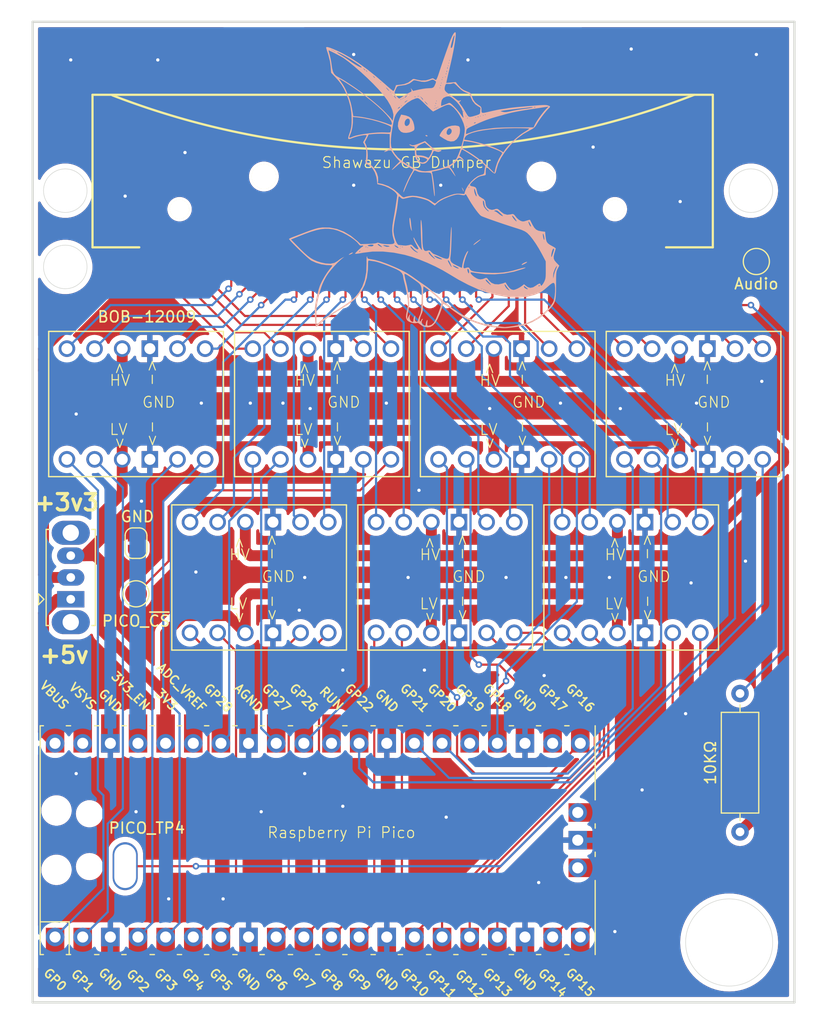
<source format=kicad_pcb>
(kicad_pcb (version 20240108) (generator "pcbnew") (generator_version "8.0")
  (layers (0 "F.Cu" signal) (31 "B.Cu" signal) (34 "B.Paste" user) (35 "F.Paste" user) (36 "B.SilkS" user "B.Silkscreen") (37 "F.SilkS" user "F.Silkscreen") (38 "B.Mask" user) (39 "F.Mask" user) (44 "Edge.Cuts" user))
  (net 0 "")
  (net 1 "D2")
  (net 2 "A9")
  (net 3 "A13")
  (net 4 "~{CS}")
  (net 5 "A3")
  (net 6 "Audio")
  (net 7 "A2")
  (net 8 "A0")
  (net 9 "D5")
  (net 10 "A1")
  (net 11 "A15")
  (net 12 "~{RD}")
  (net 13 "A14")
  (net 14 "D1")
  (net 15 "A6")
  (net 16 "A12")
  (net 17 "A8")
  (net 18 "A4")
  (net 19 "A5")
  (net 20 "A11")
  (net 21 "D7")
  (net 22 "D3")
  (net 23 "D0")
  (net 24 "D4")
  (net 25 "CLK")
  (net 26 "D6")
  (net 27 "PWR")
  (net 28 "~{RST}")
  (net 29 "A10")
  (net 30 "A7")
  (net 31 "GND")
  (net 32 "~{WR}")
  (net 33 "pico_~{CS}")
  (net 34 "+5V")
  (net 35 "+3.3V")
  (net 36 "pico_D7")
  (net 37 "pico_A3")
  (net 38 "pico_A0")
  (net 39 "pico_A2")
  (net 40 "pico_A1")
  (net 41 "pico_~{WR}")
  (net 42 "pico_CLK")
  (net 43 "pico_~{RD}")
  (net 44 "pico_D0")
  (net 45 "pico_D3")
  (net 46 "pico_D2")
  (net 47 "pico_D1")
  (net 48 "pico_D5")
  (net 49 "pico_D6")
  (net 50 "pico_D4")
  (net 51 "pico_A7")
  (net 52 "pico_A6")
  (net 53 "pico_A4")
  (net 54 "pico_A5")
  (net 55 "pico_A9")
  (net 56 "pico_A11")
  (net 57 "pico_A8")
  (net 58 "pico_A10")
  (net 59 "pico_A13")
  (net 60 "pico_A14")
  (net 61 "pico_A15")
  (net 62 "pico_A12")
  (footprint "GB_CART_4holes:GB_CART_4holes" (layer "F.Cu") (at 139 46.1992)
    (property "Reference" "J1" (hide yes))
    (property "Value" "GB_CART" (hide yes))
  )
  (footprint "BOB-12009:CONV_BOB-12009" (layer "F.Cu") (at 114.5 59.58 90)
    (property "Reference" "U1" (hide yes))
    (property "Value" "BOB-12009")
  )
  (footprint "Jumper:SolderJumper-2_P1.3mm_Open_RoundedPad1.0x1.5mm" (layer "F.Cu") (at 114.5 72.35 -90)
    (property "Reference" "JP1" (hide yes))
    (property "Value" "GND_JMP" (hide yes))
  )
  (footprint "BOB-12009:CONV_BOB-12009" (layer "F.Cu") (at 165.73 59.58 90)
    (property "Reference" "U4" (hide yes))
    (property "Value" "BOB-12009" (hide yes))
  )
  (footprint "TestPoint:TestPoint_Plated_Hole_D4.0mm" (layer "F.Cu") (at 113.5 102)
    (property "Reference" "PICO_TP4")
    (property "Value" "PICO_GPIO23" (hide yes))
  )
  (footprint "BOB-12009:CONV_BOB-12009" (layer "F.Cu") (at 148.653332 59.58 90)
    (property "Reference" "U3" (hide yes))
    (property "Value" "BOB-12009" (hide yes))
  )
  (footprint "BOB-12009:CONV_BOB-12009" (layer "F.Cu") (at 131.576666 59.58 90)
    (property "Reference" "U2" (hide yes))
    (property "Value" "BOB-12009" (hide yes))
  )
  (footprint "TestPoint:TestPoint_Pad_D2.0mm" (layer "F.Cu") (at 114.5 77)
    (property "Reference" "TP2" (hide yes))
    (property "Value" "PICO_~{CS}")
  )
  (footprint "BOB-12009:CONV_BOB-12009" (layer "F.Cu") (at 142.905 75.5 90)
    (property "Reference" "U6" (hide yes))
    (property "Value" "BOB-12009" (hide yes))
  )
  (footprint "MCU_RaspberryPi_and_Boards:RPi_Pico_SMD_TH" (layer "F.Cu") (at 131.19 99.61 90)
    (property "Reference" "U8" (hide yes))
    (property "Value" "Pico")
  )
  (footprint "Resistor_THT:R_Axial_DIN0309_L9.0mm_D3.2mm_P12.70mm_Horizontal" (layer "F.Cu") (at 170 98.85 90)
    (property "Reference" "10KΩ")
    (property "Value" "10K Ω")
  )
  (footprint "Button_Switch_THT:SW_Slide_SPDT_Straight_CK_OS102011MS2Q" (layer "F.Cu") (at 108.5 77.5 90)
    (property "Reference" "SW1" (hide yes))
    (property "Value" "VSEL" (hide yes))
  )
  (footprint "TestPoint:TestPoint_Pad_D2.0mm" (layer "F.Cu") (at 171.5 46.5)
    (property "Reference" "TP3" (hide yes))
    (property "Value" "Audio")
  )
  (footprint "BOB-12009:CONV_BOB-12009" (layer "F.Cu") (at 160 75.5 90)
    (property "Reference" "U7" (hide yes))
    (property "Value" "BOB-12009" (hide yes))
  )
  (footprint "BOB-12009:CONV_BOB-12009" (layer "F.Cu") (at 125.81 75.5 90)
    (property "Reference" "U5" (hide yes))
    (property "Value" "BOB-12009" (hide yes))
  )
  (footprint "LOGO" (layer "B.Cu") (at 141 39 180)
    (property "Reference" "G***" (hide yes))
    (property "Value" "LOGO" (hide yes))
  )
  (gr_circle (center 108 40) (end 110 40) (stroke (width 0.05)) (fill none) (layer "Edge.Cuts"))
  (gr_line (start 105 114.5) (end 175 114.5) (stroke (width 0.2)) (layer "Edge.Cuts"))
  (gr_line (start 175 24.5) (end 175 114.5) (stroke (width 0.2)) (layer "Edge.Cuts"))
  (gr_circle (center 169 109) (end 173 109) (stroke (width 0.05)) (fill none) (layer "Edge.Cuts"))
  (gr_circle (center 171 40) (end 173 40) (stroke (width 0.05)) (fill none) (layer "Edge.Cuts"))
  (gr_line (start 105 24.5) (end 105 114.5) (stroke (width 0.2)) (layer "Edge.Cuts"))
  (gr_circle (center 108 47) (end 110 47) (stroke (width 0.05)) (fill none) (layer "Edge.Cuts"))
  (gr_line (start 105 24.5) (end 175 24.5) (stroke (width 0.2)) (layer "Edge.Cuts"))
  (gr_text "Raspberry Pi Pico" (at 126.5 99.5 0) (layer "F.SilkS") (effects (font (size 1 1) (thickness 0.1)) (justify left bottom)))
  (gr_text "LV" (at 140.5 78.5 0) (layer "F.SilkS") (effects (font (size 1 1) (thickness 0.1)) (justify left bottom)))
  (gr_text ">" (at 141 78.5 270) (layer "F.SilkS") (effects (font (size 1 1) (thickness 0.1)) (justify left bottom)))
  (gr_text ">" (at 124.5 73 90) (layer "F.SilkS") (effects (font (size 1 1) (thickness 0.1)) (justify left bottom)))
  (gr_text "LV" (at 112 62.5 0) (layer "F.SilkS") (effects (font (size 1 1) (thickness 0.1)) (justify left bottom)))
  (gr_text "->" (at 116.5 58 90) (layer "F.SilkS") (effects (font (size 1 1) (thickness 0.1)) (justify left bottom)))
  (gr_text "->" (at 132.5 61 -90) (layer "F.SilkS") (effects (font (size 1 1) (thickness 0.1)) (justify left bottom)))
  (gr_text "HV" (at 146 58 0) (layer "F.SilkS") (effects (font (size 1 1) (thickness 0.1)) (justify left bottom)))
  (gr_text ">" (at 123.5 78.5 270) (layer "F.SilkS") (effects (font (size 1 1) (thickness 0.1)) (justify left bottom)))
  (gr_text ">" (at 158 78.5 270) (layer "F.SilkS") (effects (font (size 1 1) (thickness 0.1)) (justify left bottom)))
  (gr_text "GND" (at 160.5 76 0) (layer "F.SilkS") (effects (font (size 1 1) (thickness 0.1)) (justify left bottom)))
  (gr_text ">" (at 159 73 90) (layer "F.SilkS") (effects (font (size 1 1) (thickness 0.1)) (justify left bottom)))
  (gr_text "->" (at 127.5 74 90) (layer "F.SilkS") (effects (font (size 1 1) (thickness 0.1)) (justify left bottom)))
  (gr_text ">" (at 130.5 57 90) (layer "F.SilkS") (effects (font (size 1 1) (thickness 0.1)) (justify left bottom)))
  (gr_text "HV" (at 129 58 0) (layer "F.SilkS") (effects (font (size 1 1) (thickness 0.1)) (justify left bottom)))
  (gr_text "Shawazu GB Dumper" (at 131.5 38 0) (layer "F.SilkS") (effects (font (size 1 1) (thickness 0.1)) (justify left bottom)))
  (gr_text ">" (at 112.5 62.5 270) (layer "F.SilkS") (effects (font (size 1 1) (thickness 0.1)) (justify left bottom)))
  (gr_text "LV" (at 163 62.5 0) (layer "F.SilkS") (effects (font (size 1 1) (thickness 0.1)) (justify left bottom)))
  (gr_text "->" (at 166.5 61 -90) (layer "F.SilkS") (effects (font (size 1 1) (thickness 0.1)) (justify left bottom)))
  (gr_text ">" (at 129.5 62.5 270) (layer "F.SilkS") (effects (font (size 1 1) (thickness 0.1)) (justify left bottom)))
  (gr_text ">" (at 113.5 57 90) (layer "F.SilkS") (effects (font (size 1 1) (thickness 0.1)) (justify left bottom)))
  (gr_text "LV" (at 123 78.5 0) (layer "F.SilkS") (effects (font (size 1 1) (thickness 0.1)) (justify left bottom)))
  (gr_text "->" (at 126.5 77 -90) (layer "F.SilkS") (effects (font (size 1 1) (thickness 0.1)) (justify left bottom)))
  (gr_text "->" (at 149.5 61 -90) (layer "F.SilkS") (effects (font (size 1 1) (thickness 0.1)) (justify left bottom)))
  (gr_text "HV" (at 112 58 0) (layer "F.SilkS") (effects (font (size 1 1) (thickness 0.1)) (justify left bottom)))
  (gr_text "GND" (at 149 60 0) (layer "F.SilkS") (effects (font (size 1 1) (thickness 0.1)) (justify left bottom)))
  (gr_text "->" (at 133.5 58 90) (layer "F.SilkS") (effects (font (size 1 1) (thickness 0.1)) (justify left bottom)))
  (gr_text ">" (at 147.5 57 90) (layer "F.SilkS") (effects (font (size 1 1) (thickness 0.1)) (justify left bottom)))
  (gr_text "GND" (at 166 60 0) (layer "F.SilkS") (effects (font (size 1 1) (thickness 0.1)) (justify left bottom)))
  (gr_text ">" (at 142 73 90) (layer "F.SilkS") (effects (font (size 1 1) (thickness 0.1)) (justify left bottom)))
  (gr_text "LV" (at 146 62.5 0) (layer "F.SilkS") (effects (font (size 1 1) (thickness 0.1)) (justify left bottom)))
  (gr_text "HV" (at 163 58 0) (layer "F.SilkS") (effects (font (size 1 1) (thickness 0.1)) (justify left bottom)))
  (gr_text "+3v3" (at 105 69.5 0) (layer "F.SilkS") (effects (font (size 1.5 1.5) (thickness 0.3) (bold yes)) (justify left bottom)))
  (gr_text "GND" (at 143.5 76 0) (layer "F.SilkS") (effects (font (size 1 1) (thickness 0.1)) (justify left bottom)))
  (gr_text "->" (at 161 77 -90) (layer "F.SilkS") (effects (font (size 1 1) (thickness 0.1)) (justify left bottom)))
  (gr_text ">" (at 163.5 62.5 270) (layer "F.SilkS") (effects (font (size 1 1) (thickness 0.1)) (justify left bottom)))
  (gr_text "HV" (at 140.5 74 0) (layer "F.SilkS") (effects (font (size 1 1) (thickness 0.1)) (justify left bottom)))
  (gr_text "LV" (at 157.5 78.5 0) (layer "F.SilkS") (effects (font (size 1 1) (thickness 0.1)) (justify left bottom)))
  (gr_text "->" (at 150.5 58 90) (layer "F.SilkS") (effects (font (size 1 1) (thickness 0.1)) (justify left bottom)))
  (gr_text "HV" (at 123 74 0) (layer "F.SilkS") (effects (font (size 1 1) (thickness 0.1)) (justify left bottom)))
  (gr_text "LV" (at 129 62.5 0) (layer "F.SilkS") (effects (font (size 1 1) (thickness 0.1)) (justify left bottom)))
  (gr_text "GND" (at 115 60 0) (layer "F.SilkS") (effects (font (size 1 1) (thickness 0.1)) (justify left bottom)))
  (gr_text "HV" (at 157.5 74 0) (layer "F.SilkS") (effects (font (size 1 1) (thickness 0.1)) (justify left bottom)))
  (gr_text "->" (at 144 77 -90) (layer "F.SilkS") (effects (font (size 1 1) (thickness 0.1)) (justify left bottom)))
  (gr_text ">" (at 164.5 57 90) (layer "F.SilkS") (effects (font (size 1 1) (thickness 0.1)) (justify left bottom)))
  (gr_text "->" (at 115.5 61 -90) (layer "F.SilkS") (effects (font (size 1 1) (thickness 0.1)) (justify left bottom)))
  (gr_text "->" (at 167.5 58 90) (layer "F.SilkS") (effects (font (size 1 1) (thickness 0.1)) (justify left bottom)))
  (gr_text "GND" (at 113 70.5 0) (layer "F.SilkS") (effects (font (size 1 1)) (justify left bottom)))
  (gr_text "->" (at 162 74 90) (layer "F.SilkS") (effects (font (size 1 1) (thickness 0.1)) (justify left bottom)))
  (gr_text ">" (at 146.5 62.5 270) (layer "F.SilkS") (effects (font (size 1 1) (thickness 0.1)) (justify left bottom)))
  (gr_text "->" (at 145 74 90) (layer "F.SilkS") (effects (font (size 1 1) (thickness 0.1)) (justify left bottom)))
  (gr_text "GND" (at 126 76 0) (layer "F.SilkS") (effects (font (size 1 1) (thickness 0.1)) (justify left bottom)))
  (gr_text "GND" (at 132 60 0) (layer "F.SilkS") (effects (font (size 1 1) (thickness 0.1)) (justify left bottom)))
  (gr_text "+5v" (at 105.5 83.5 0) (layer "F.SilkS") (effects (font (size 1.5 1.5) (thickness 0.3) (bold yes)) (justify left bottom)))
  (segment (start 150.25 46.1992) (end 150.25 52.286668) (width 0.2) (layer "F.Cu") (net 1))
  (segment (start 150.25 52.286668) (end 152.463332 54.5) (width 0.2) (layer "F.Cu") (net 1))
  (segment (start 136.75 49.75) (end 137 50) (width 0.2) (layer "F.Cu") (net 2))
  (segment (start 136.75 46.1992) (end 136.75 49.75) (width 0.2) (layer "F.Cu") (net 2))
  (via (at 137 50) (size 0.6) (drill 0.3) (layers "F.Cu" "B.Cu") (net 2))
  (segment (start 137 50) (end 139.095 52.095) (width 0.2) (layer "B.Cu") (net 2))
  (segment (start 139.095 52.095) (end 139.095 70.42) (width 0.2) (layer "B.Cu") (net 2))
  (segment (start 142.75 49.75) (end 143 50) (width 0.2) (layer "F.Cu") (net 3))
  (segment (start 142.75 46.1992) (end 142.75 49.75) (width 0.2) (layer "F.Cu") (net 3))
  (via (at 143 50) (size 0.6) (drill 0.3) (layers "F.Cu" "B.Cu") (net 3))
  (segment (start 156.19 64.344773) (end 156.19 70.42) (width 0.2) (layer "B.Cu") (net 3))
  (segment (start 146.388 53.388) (end 148.249332 53.388) (width 0.2) (layer "B.Cu") (net 3))
  (segment (start 143 50) (end 146.388 53.388) (width 0.2) (layer "B.Cu") (net 3))
  (segment (start 148.861332 54) (end 148.861332 57.016105) (width 0.2) (layer "B.Cu") (net 3))
  (segment (start 148.249332 53.388) (end 148.861332 54) (width 0.2) (layer "B.Cu") (net 3))
  (segment (start 148.861332 57.016105) (end 156.19 64.344773) (width 0.2) (layer "B.Cu") (net 3))
  (segment (start 134.926666 51.5) (end 137.926666 54.5) (width 0.2) (layer "F.Cu") (net 4))
  (segment (start 124.5 51.5) (end 134.926666 51.5) (width 0.2) (layer "F.Cu") (net 4))
  (segment (start 121.75 46.1992) (end 121.75 48.75) (width 0.2) (layer "F.Cu") (net 4))
  (segment (start 121.75 48.75) (end 124.5 51.5) (width 0.2) (layer "F.Cu") (net 4))
  (segment (start 127.75 46.1992) (end 127.75 48.75) (width 0.2) (layer "F.Cu") (net 5))
  (segment (start 127.75 47.6) (end 127.75 46.1992) (width 0.2) (layer "F.Cu") (net 5))
  (segment (start 127.75 48.75) (end 126 50.5) (width 0.2) (layer "F.Cu") (net 5))
  (via (at 126 50.5) (size 0.6) (drill 0.3) (layers "F.Cu" "B.Cu") (net 5))
  (segment (start 122 54.5) (end 120.85 54.5) (width 0.2) (layer "B.Cu") (net 5))
  (segment (start 126 50.5) (end 122 54.5) (width 0.2) (layer "B.Cu") (net 5))
  (segment (start 160.75 46.1992) (end 160.75 47.4492) (width 0.2) (layer "F.Cu") (net 6))
  (segment (start 162.3008 49) (end 169 49) (width 0.2) (layer "F.Cu") (net 6))
  (segment (start 169 49) (end 171.5 46.5) (width 0.2) (layer "F.Cu") (net 6))
  (segment (start 160.75 47.4492) (end 162.3008 49) (width 0.2) (layer "F.Cu") (net 6))
  (segment (start 126.25 48.75) (end 125 50) (width 0.2) (layer "F.Cu") (net 7))
  (segment (start 126.25 46.1992) (end 126.25 48.75) (width 0.2) (layer "F.Cu") (net 7))
  (segment (start 126.25 46.1992) (end 126.25 47.4492) (width 0.2) (layer "F.Cu") (net 7))
  (via (at 125 50) (size 0.6) (drill 0.3) (layers "F.Cu" "B.Cu") (net 7))
  (segment (start 120.31 52.5) (end 118.31 54.5) (width 0.2) (layer "B.Cu") (net 7))
  (segment (start 122.5 52.5) (end 120.31 52.5) (width 0.2) (layer "B.Cu") (net 7))
  (segment (start 125 50) (end 122.5 52.5) (width 0.2) (layer "B.Cu") (net 7))
  (segment (start 123.25 46.1992) (end 123.25 48.75) (width 0.2) (layer "F.Cu") (net 8))
  (segment (start 123.25 48.75) (end 123 49) (width 0.2) (layer "F.Cu") (net 8))
  (via (at 123 49) (size 0.6) (drill 0.3) (layers "F.Cu" "B.Cu") (net 8))
  (segment (start 123 49) (end 121.5 50.5) (width 0.2) (layer "B.Cu") (net 8))
  (segment (start 112.15 50.5) (end 108.15 54.5) (width 0.2) (layer "B.Cu") (net 8))
  (segment (start 121.5 50.5) (end 112.15 50.5) (width 0.2) (layer "B.Cu") (net 8))
  (segment (start 154.75 46.1992) (end 154.75 47.4492) (width 0.2) (layer "F.Cu") (net 9))
  (segment (start 161.8008 54.5) (end 161.92 54.5) (width 0.2) (layer "F.Cu") (net 9))
  (segment (start 154.75 47.4492) (end 161.8008 54.5) (width 0.2) (layer "F.Cu") (net 9))
  (segment (start 124.75 48.75) (end 124 49.5) (width 0.2) (layer "F.Cu") (net 10))
  (segment (start 124.75 46.1992) (end 124.75 48.75) (width 0.2) (layer "F.Cu") (net 10))
  (via (at 124 49.5) (size 0.6) (drill 0.3) (layers "F.Cu" "B.Cu") (net 10))
  (segment (start 113.69 51.5) (end 110.69 54.5) (width 0.2) (layer "B.Cu") (net 10))
  (segment (start 122 51.5) (end 113.69 51.5) (width 0.2) (layer "B.Cu") (net 10))
  (segment (start 124 49.5) (end 122 51.5) (width 0.2) (layer "B.Cu") (net 10))
  (segment (start 145.75 49.75) (end 146 50) (width 0.2) (layer "F.Cu") (net 11))
  (segment (start 145.75 46.1992) (end 145.75 49.75) (width 0.2) (layer "F.Cu") (net 11))
  (via (at 146 50) (size 0.6) (drill 0.3) (layers "F.Cu" "B.Cu") (net 11))
  (segment (start 152.005227 50) (end 165.938 63.932773) (width 0.2) (layer "B.Cu") (net 11))
  (segment (start 165.938 63.932773) (end 165.938 70.008) (width 0.2) (layer "B.Cu") (net 11))
  (segment (start 165.938 70.008) (end 166.35 70.42) (width 0.2) (layer "B.Cu") (net 11))
  (segment (start 146 50) (end 152.005227 50) (width 0.2) (layer "B.Cu") (net 11))
  (segment (start 120.25 48.383514) (end 124.183243 52.316757) (width 0.2) (layer "F.Cu") (net 12))
  (segment (start 133.203423 52.316757) (end 124.183243 52.316757) (width 0.2) (layer "F.Cu") (net 12))
  (segment (start 135.386666 54.5) (end 133.203423 52.316757) (width 0.2) (layer "F.Cu") (net 12))
  (segment (start 120.25 46.1992) (end 120.25 48.383514) (width 0.2) (layer "F.Cu") (net 12))
  (segment (start 144.25 46.1992) (end 144.25 49.75) (width 0.2) (layer "F.Cu") (net 13))
  (segment (start 144.25 49.75) (end 144.5 50) (width 0.2) (layer "F.Cu") (net 13))
  (via (at 144.5 50) (size 0.6) (drill 0.3) (layers "F.Cu" "B.Cu") (net 13))
  (segment (start 151.401332 55.179437) (end 159.819895 63.598) (width 0.2) (layer "B.Cu") (net 13))
  (segment (start 144.5 50) (end 146.651471 52.151471) (width 0.2) (layer "B.Cu") (net 13))
  (segment (start 159.819895 63.598) (end 162.446 63.598) (width 0.2) (layer "B.Cu") (net 13))
  (segment (start 146.651471 52.151471) (end 149.698803 52.151471) (width 0.2) (layer "B.Cu") (net 13))
  (segment (start 162.446 63.598) (end 163.348 64.5) (width 0.2) (layer "B.Cu") (net 13))
  (segment (start 163.348 64.5) (end 163.348 69.958) (width 0.2) (layer "B.Cu") (net 13))
  (segment (start 149.698803 52.151471) (end 151.401332 53.854) (width 0.2) (layer "B.Cu") (net 13))
  (segment (start 151.401332 53.854) (end 151.401332 55.179437) (width 0.2) (layer "B.Cu") (net 13))
  (segment (start 163.348 69.958) (end 163.81 70.42) (width 0.2) (layer "B.Cu") (net 13))
  (segment (start 148.75 50.593332) (end 144.843332 54.5) (width 0.2) (layer "F.Cu") (net 14))
  (segment (start 148.75 46.1992) (end 148.75 50.593332) (width 0.2) (layer "F.Cu") (net 14))
  (segment (start 132.25 49.75) (end 132 50) (width 0.2) (layer "F.Cu") (net 15))
  (segment (start 132.25 46.1992) (end 132.25 49.75) (width 0.2) (layer "F.Cu") (net 15))
  (via (at 132 50) (size 0.6) (drill 0.3) (layers "F.Cu" "B.Cu") (net 15))
  (segment (start 129.62 70.42) (end 129 69.8) (width 0.2) (layer "B.Cu") (net 15))
  (segment (start 129 69.8) (end 129 53) (width 0.2) (layer "B.Cu") (net 15))
  (segment (start 129 53) (end 132 50) (width 0.2) (layer "B.Cu") (net 15))
  (segment (start 141.25 46.1992) (end 141.25 49.75) (width 0.2) (layer "F.Cu") (net 16))
  (segment (start 141.25 49.75) (end 141.5 50) (width 0.2) (layer "F.Cu") (net 16))
  (via (at 141.5 50) (size 0.6) (drill 0.3) (layers "F.Cu" "B.Cu") (net 16))
  (segment (start 141.5 50) (end 142 50) (width 0.2) (layer "B.Cu") (net 16))
  (segment (start 146.271332 54.271332) (end 146.271332 56.966105) (width 0.2) (layer "B.Cu") (net 16))
  (segment (start 153.65 64.344773) (end 153.65 70.42) (width 0.2) (layer "B.Cu") (net 16))
  (segment (start 142 50) (end 146.271332 54.271332) (width 0.2) (layer "B.Cu") (net 16))
  (segment (start 146.271332 56.966105) (end 153.65 64.344773) (width 0.2) (layer "B.Cu") (net 16))
  (segment (start 135.25 46.1992) (end 135.25 49.75) (width 0.2) (layer "F.Cu") (net 17))
  (segment (start 135.25 49.75) (end 135.5 50) (width 0.2) (layer "F.Cu") (net 17))
  (via (at 135.5 50) (size 0.6) (drill 0.3) (layers "F.Cu" "B.Cu") (net 17))
  (segment (start 135.5 50) (end 136.555 51.055) (width 0.2) (layer "B.Cu") (net 17))
  (segment (start 136.555 51.055) (end 136.555 70.42) (width 0.2) (layer "B.Cu") (net 17))
  (segment (start 129.25 46.1992) (end 129.25 49.75) (width 0.2) (layer "F.Cu") (net 18))
  (segment (start 129.25 46.1992) (end 129.25 47.25) (width 0.2) (layer "F.Cu") (net 18))
  (segment (start 129.25 45.75) (end 129.5 45.5) (width 0.2) (layer "F.Cu") (net 18))
  (segment (start 129.25 49.75) (end 129 50) (width 0.2) (layer "F.Cu") (net 18))
  (segment (start 129.25 47.25) (end 129 47.5) (width 0.2) (layer "F.Cu") (net 18))
  (segment (start 129.25 46.1992) (end 129.25 45.75) (width 0.2) (layer "F.Cu") (net 18))
  (via (at 129 50) (size 0.6) (drill 0.3) (layers "F.Cu" "B.Cu") (net 18))
  (segment (start 122.5 67.38) (end 122.5 55.724771) (width 0.2) (layer "B.Cu") (net 18))
  (segment (start 128.224771 50) (end 129 50) (width 0.2) (layer "B.Cu") (net 18))
  (segment (start 122.5 55.724771) (end 128.224771 50) (width 0.2) (layer "B.Cu") (net 18))
  (segment (start 119.46 70.42) (end 122.5 67.38) (width 0.2) (layer "B.Cu") (net 18))
  (segment (start 130.75 46.1992) (end 130.75 49.75) (width 0.2) (layer "F.Cu") (net 19))
  (segment (start 130.75 49.75) (end 130.5 50) (width 0.2) (layer "F.Cu") (net 19))
  (via (at 130.5 50) (size 0.6) (drill 0.3) (layers "F.Cu" "B.Cu") (net 19))
  (segment (start 122 70.42) (end 123.5 68.92) (width 0.2) (layer "B.Cu") (net 19))
  (segment (start 126.288666 54.211334) (end 130.5 50) (width 0.2) (layer "B.Cu") (net 19))
  (segment (start 123.5 68.92) (end 123.5 64.5) (width 0.2) (layer "B.Cu") (net 19))
  (segment (start 123.5 64.5) (end 126.288666 61.711334) (width 0.2) (layer "B.Cu") (net 19))
  (segment (start 126.288666 61.711334) (end 126.288666 54.211334) (width 0.2) (layer "B.Cu") (net 19))
  (segment (start 139.75 46.1992) (end 139.75 49.75) (width 0.2) (layer "F.Cu") (net 20))
  (segment (start 139.75 49.75) (end 140 50) (width 0.2) (layer "F.Cu") (net 20))
  (via (at 140 50) (size 0.6) (drill 0.3) (layers "F.Cu" "B.Cu") (net 20))
  (segment (start 143.365332 53.365332) (end 143.365332 59.069394) (width 0.2) (layer "B.Cu") (net 20))
  (segment (start 148.861332 64.565394) (end 148.861332 70.026332) (width 0.2) (layer "B.Cu") (net 20))
  (segment (start 140 50) (end 143.365332 53.365332) (width 0.2) (layer "B.Cu") (net 20))
  (segment (start 143.365332 59.069394) (end 148.861332 64.565394) (width 0.2) (layer "B.Cu") (net 20))
  (segment (start 148.861332 70.026332) (end 149.255 70.42) (width 0.2) (layer "B.Cu") (net 20))
  (segment (start 157.75 47.4492) (end 161.8008 51.5) (width 0.2) (layer "F.Cu") (net 21))
  (segment (start 157.75 46.1992) (end 157.75 47.4492) (width 0.2) (layer "F.Cu") (net 21))
  (segment (start 161.8008 51.5) (end 169.08 51.5) (width 0.2) (layer "F.Cu") (net 21))
  (segment (start 169.08 51.5) (end 172.08 54.5) (width 0.2) (layer "F.Cu") (net 21))
  (segment (start 151.75 51.246668) (end 155.003332 54.5) (width 0.2) (layer "F.Cu") (net 22))
  (segment (start 151.75 46.1992) (end 151.75 51.246668) (width 0.2) (layer "F.Cu") (net 22))
  (segment (start 142.5 54.5) (end 142.303332 54.5) (width 0.2) (layer "F.Cu") (net 23))
  (segment (start 147.25 46.1992) (end 147.25 49.75) (width 0.2) (layer "F.Cu") (net 23))
  (segment (start 147.25 49.75) (end 142.5 54.5) (width 0.2) (layer "F.Cu") (net 23))
  (segment (start 153.25 48.37) (end 159.38 54.5) (width 0.2) (layer "F.Cu") (net 24))
  (segment (start 153.25 46.1992) (end 153.25 48.37) (width 0.2) (layer "F.Cu") (net 24))
  (segment (start 117.25 48.25) (end 123.5 54.5) (width 0.2) (layer "F.Cu") (net 25))
  (segment (start 123.5 54.5) (end 125.226666 54.5) (width 0.2) (layer "F.Cu") (net 25))
  (segment (start 117.25 46.1992) (end 117.25 48.25) (width 0.2) (layer "F.Cu") (net 25))
  (segment (start 167.54 52.5) (end 169.54 54.5) (width 0.2) (layer "F.Cu") (net 26))
  (segment (start 161.3008 52.5) (end 167.54 52.5) (width 0.2) (layer "F.Cu") (net 26))
  (segment (start 156.25 47.4492) (end 161.3008 52.5) (width 0.2) (layer "F.Cu") (net 26))
  (segment (start 156.25 46.1992) (end 156.25 47.4492) (width 0.2) (layer "F.Cu") (net 26))
  (segment (start 130 57.5) (end 113 57.5) (width 1) (layer "F.Cu") (net 27))
  (segment (start 113 57.5) (end 107 57.5) (width 1) (layer "F.Cu") (net 27))
  (segment (start 170 98.85) (end 169.85 98.85) (width 1) (layer "F.Cu") (net 27))
  (segment (start 174 64.908291) (end 172.454145 66.454145) (width 1) (layer "F.Cu") (net 27))
  (segment (start 164.46 57.46) (end 164.5 57.5) (width 1) (layer "F.Cu") (net 27))
  (segment (start 113.23 57.27) (end 113 57.5) (width 1) (layer "F.Cu") (net 27))
  (segment (start 168.25 58.25) (end 174 64) (width 1) (layer "F.Cu") (net 27))
  (segment (start 130.306666 57.193334) (end 130 57.5) (width 1) (layer "F.Cu") (net 27))
  (segment (start 107 57.5) (end 106 56.5) (width 1) (layer "F.Cu") (net 27))
  (segment (start 106 54.511709) (end 114.312509 46.1992) (width 1) (layer "F.Cu") (net 27))
  (segment (start 141.635 70.42) (end 141.635 73.365) (width 1) (layer "F.Cu") (net 27))
  (segment (start 106 75.25) (end 106.25 75.5) (width 1) (layer "F.Cu") (net 27))
  (segment (start 106.25 75.5) (end 108.5 75.5) (width 1) (layer "F.Cu") (net 27))
  (segment (start 141.5 73.5) (end 159 73.5) (width 1) (layer "F.Cu") (net 27))
  (segment (start 174 64) (end 174 64.908291) (width 1) (layer "F.Cu") (net 27))
  (segment (start 124.54 70.42) (end 124.54 73.04) (width 1) (layer "F.Cu") (net 27))
  (segment (start 147.383332 57.116668) (end 147 57.5) (width 1) (layer "F.Cu") (net 27))
  (segment (start 172.454145 66.454145) (end 167.454145 71.454145) (width 1) (layer "F.Cu") (net 27))
  (segment (start 167.454145 71.454145) (end 166.908291 72) (width 1) (layer "F.Cu") (net 27))
  (segment (start 170 98.85) (end 172.454145 96.395855) (width 1) (layer "F.Cu") (net 27))
  (segment (start 158.73 70.42) (end 158.73 73.23) (width 1) (layer "F.Cu") (net 27))
  (segment (start 125 73.5) (end 139.63263 73.5) (width 1) (layer "F.Cu") (net 27))
  (segment (start 147.383332 54.5) (end 147.383332 57.116668) (width 1) (layer "F.Cu") (net 27))
  (segment (start 165.40829 73.5) (end 167.454145 71.454145) (width 1) (layer "F.Cu") (net 27))
  (segment (start 106 55.5) (end 106 54.511709) (width 1) (layer "F.Cu") (net 27))
  (segment (start 106 55.5) (end 106 75.25) (width 1) (layer "F.Cu") (net 27))
  (segment (start 172.454145 96.395855) (end 172.454145 66.454145) (width 1) (layer "F.Cu") (net 27))
  (segment (start 139.63263 73.5) (end 141.5 73.5) (width 1) (layer "F.Cu") (net 27))
  (segment (start 114.312509 46.1992) (end 115.75 46.1992) (width 1) (layer "F.Cu") (net 27))
  (segment (start 130 57.5) (end 147 57.5) (width 1) (layer "F.Cu") (net 27))
  (segment (start 130.306666 54.5) (end 130.306666 57.193334) (width 1) (layer "F.Cu") (net 27))
  (segment (start 167.5 57.5) (end 168.25 58.25) (width 1) (layer "F.Cu") (net 27))
  (segment (start 106 56.5) (end 106 55.5) (width 1) (layer "F.Cu") (net 27))
  (segment (start 147 57.5) (end 164.5 57.5) (width 1) (layer "F.Cu") (net 27))
  (segment (start 164.5 57.5) (end 167.5 57.5) (width 1) (layer "F.Cu") (net 27))
  (segment (start 164.46 54.5) (end 164.46 57.46) (width 1) (layer "F.Cu") (net 27))
  (segment (start 141.635 73.365) (end 141.5 73.5) (width 1) (layer "F.Cu") (net 27))
  (segment (start 113.23 54.5) (end 113.23 57.27) (width 1) (layer "F.Cu") (net 27))
  (segment (start 124.54 73.04) (end 125 73.5) (width 1) (layer "F.Cu") (net 27))
  (segment (start 159 73.5) (end 165.40829 73.5) (width 1) (layer "F.Cu") (net 27))
  (segment (start 158.73 73.23) (end 159 73.5) (width 1) (layer "F.Cu") (net 27))
  (segment (start 164.46 54.5) (end 164.46 54.901709) (width 1) (layer "B.Cu") (net 27))
  (segment (start 158.73 70.904) (end 158.73 70.42) (width 1) (layer "B.Cu") (net 27))
  (segment (start 162.3008 50.5) (end 171 50.5) (width 0.2) (layer "F.Cu") (net 28))
  (segment (start 159.25 47.4492) (end 162.3008 50.5) (width 0.2) (layer "F.Cu") (net 28))
  (segment (start 159.25 46.1992) (end 159.25 47.75) (width 0.2) (layer "F.Cu") (net 28))
  (segment (start 159.25 46.1992) (end 159.25 47.4492) (width 0.2) (layer "F.Cu") (net 28))
  (via (at 171 50.5) (size 0.6) (drill 0.3) (layers "F.Cu" "B.Cu") (net 28))
  (segment (start 171 50.5) (end 174 53.5) (width 0.2) (layer "B.Cu") (net 28))
  (segment (start 174 82.15) (end 170 86.15) (width 0.2) (layer "B.Cu") (net 28))
  (segment (start 174 53.5) (end 174 82.15) (width 0.2) (layer "B.Cu") (net 28))
  (segment (start 138.25 46.1992) (end 138.25 49.75) (width 0.2) (layer "F.Cu") (net 29))
  (segment (start 138.25 49.75) (end 138.5 50) (width 0.2) (layer "F.Cu") (net 29))
  (via (at 138.5 50) (size 0.6) (drill 0.3) (layers "F.Cu" "B.Cu") (net 29))
  (segment (start 141 52.5) (end 141 57.5) (width 0.2) (layer "B.Cu") (net 29))
  (segment (start 145.953001 62.453001) (end 145.953001 69.658001) (width 0.2) (layer "B.Cu") (net 29))
  (segment (start 141 57.5) (end 145.953001 62.453001) (width 0.2) (layer "B.Cu") (net 29))
  (segment (start 146.58 70.42) (end 146.5 70.5) (width 0.2) (layer "B.Cu") (net 29))
  (segment (start 146.715 70.42) (end 146.58 70.42) (width 0.2) (layer "B.Cu") (net 29))
  (segment (start 138.5 50) (end 141 52.5) (width 0.2) (layer "B.Cu") (net 29))
  (segment (start 145.953001 69.658001) (end 146.715 70.42) (width 0.2) (layer "B.Cu") (net 29))
  (segment (start 133.75 46.1992) (end 133.75 49.75) (width 0.2) (layer "F.Cu") (net 30))
  (segment (start 133.75 49.75) (end 133.5 50) (width 0.2) (layer "F.Cu") (net 30))
  (via (at 133.5 50) (size 0.6) (drill 0.3) (layers "F.Cu" "B.Cu") (net 30))
  (segment (start 131.784666 51.715334) (end 131.784666 70.044666) (width 0.2) (layer "B.Cu") (net 30))
  (segment (start 131.784666 70.044666) (end 132.16 70.42) (width 0.2) (layer "B.Cu") (net 30))
  (segment (start 133.5 50) (end 131.784666 51.715334) (width 0.2) (layer "B.Cu") (net 30))
  (via (at 143 97.5) (size 0.6) (drill 0.3) (layers "F.Cu" "B.Cu") (net 31))
  (via (at 128 59.5) (size 0.6) (drill 0.3) (layers "F.Cu" "B.Cu") (net 31))
  (via (at 133.5 96.5) (size 0.6) (drill 0.3) (layers "F.Cu" "B.Cu") (net 31))
  (via (at 120 75) (size 0.6) (drill 0.3) (layers "F.Cu" "B.Cu") (net 31))
  (via (at 130 93.5) (size 0.6) (drill 0.3) (layers "F.Cu" "B.Cu") (net 31))
  (via (at 109 60.5) (size 0.6) (drill 0.3) (layers "F.Cu" "B.Cu") (net 31))
  (via (at 148.5 75.5) (size 0.6) (drill 0.3) (layers "F.Cu" "B.Cu") (net 31))
  (via (at 130.5 60) (size 0.6) (drill 0.3) (layers "F.Cu" "B.Cu") (net 31))
  (via (at 122.5 105) (size 0.6) (drill 0.3) (layers "F.Cu" "B.Cu") (net 31))
  (via (at 165 88) (size 0.6) (drill 0.3) (layers "F.Cu" "B.Cu") (net 31))
  (via (at 161 95) (size 0.6) (drill 0.3) (layers "F.Cu" "B.Cu") (net 31))
  (via (at 117.5 105) (size 0.6) (drill 0.3) (layers "F.Cu" "B.Cu") (net 31))
  (via (at 147 60) (size 0.6) (drill 0.3) (layers "F.Cu" "B.Cu") (net 31))
  (via (at 151.5 103.5) (size 0.6) (drill 0.3) (layers "F.Cu" "B.Cu") (net 31))
  (via (at 165.5 76) (size 0.6) (drill 0.3) (layers "F.Cu" "B.Cu") (net 31))
  (via (at 152 84.5) (size 0.6) (drill 0.3) (layers "F.Cu" "B.Cu") (net 31))
  (via (at 139.5 75.5) (size 0.6) (drill 0.3) (layers "F.Cu" "B.Cu") (net 31))
  (via (at 158.5 108) (size 0.6) (drill 0.3) (layers "F.Cu" "B.Cu") (net 31))
  (via (at 116.5 28) (size 0.6) (drill 0.3) (layers "F.Cu" "B.Cu") (net 31))
  (via (at 137.5 59.5) (size 0.6) (drill 0.3) (layers "F.Cu" "B.Cu") (net 31))
  (via (at 108.5 28) (size 0.6) (drill 0.3) (layers "F.Cu" "B.Cu") (net 31))
  (via (at 113.5 40.5) (size 0.6) (drill 0.3) (layers "F.Cu" "B.Cu") (net 31))
  (via (at 158 75.5) (size 0.6) (drill 0.3) (layers "F.Cu" "B.Cu") (net 31))
  (via (at 140.5 67.5) (size 0.6) (drill 0.3) (layers "F.Cu" "B.Cu") (net 31))
  (via (at 120.5 59.5) (size 0.6) (drill 0.3) (layers "F.Cu" "B.Cu") (net 31))
  (via (at 159 60) (size 0.6) (drill 0.3) (layers "F.Cu" "B.Cu") (net 31))
  (via (at 130 75.5) (size 0.6) (drill 0.3) (layers "F.Cu" "B.Cu") (net 31))
  (via (at 119 36.5) (size 0.6) (drill 0.3) (layers "F.Cu" "B.Cu") (net 31))
  (via (at 109 93.5) (size 0.6) (drill 0.3) (layers "F.Cu" "B.Cu") (net 31))
  (via (at 172 57.5) (size 0.6) (drill 0.3) (layers "F.Cu" "B.Cu") (net 31))
  (via (at 126 97) (size 0.6) (drill 0.3) (layers "F.Cu" "B.Cu") (net 31))
  (via (at 129.5 78.5) (size 0.6) (drill 0.3) (layers "F.Cu" "B.Cu") (net 31))
  (via (at 134.5 27.5) (size 0.6) (drill 0.3) (layers "F.Cu" "B.Cu") (net 31))
  (via (at 142.5 39.5) (size 0.6) (drill 0.3) (layers "F.Cu" "B.Cu") (net 31))
  (via (at 133.5 84) (size 0.6) (drill 0.3) (layers "F.Cu" "B.Cu") (net 31))
  (via (at 114.5 97) (size 0.6) (drill 0.3) (layers "F.Cu" "B.Cu") (net 31))
  (via (at 170.5 74) (size 0.6) (drill 0.3) (layers "F.Cu" "B.Cu") (net 31))
  (via (at 125 59.5) (size 0.6) (drill 0.3) (layers "F.Cu" "B.Cu") (net 31))
  (via (at 156.5 36) (size 0.6) (drill 0.3) (layers "F.Cu" "B.Cu") (net 31))
  (via (at 153.5 59.5) (size 0.6) (drill 0.3) (layers "F.Cu" "B.Cu") (net 31))
  (via (at 145 28) (size 0.6) (drill 0.3) (layers "F.Cu" "B.Cu") (net 31))
  (via (at 115 68.5) (size 0.6) (drill 0.3) (layers "F.Cu" "B.Cu") (net 31))
  (via (at 164.5 41) (size 0.6) (drill 0.3) (layers "F.Cu" "B.Cu") (net 31))
  (via (at 171.5 27.5) (size 0.6) (drill 0.3) (layers "F.Cu" "B.Cu") (net 31))
  (via (at 160 27) (size 0.6) (drill 0.3) (layers "F.Cu" "B.Cu") (net 31))
  (via (at 154 75.5) (size 0.6) (drill 0.3) (layers "F.Cu" "B.Cu") (net 31))
  (via (at 134.5 39.5) (size 0.6) (drill 0.3) (layers "F.Cu" "B.Cu") (net 31))
  (via (at 141 84) (size 0.6) (drill 0.3) (layers "F.Cu" "B.Cu") (net 31))
  (via (at 166 59.5) (size 0.6) (drill 0.3) (layers "F.Cu" "B.Cu") (net 31))
  (segment (start 118.75 46.1992) (end 118.75 48.25) (width 0.2) (layer "F.Cu") (net 32))
  (segment (start 126.266666 53) (end 127.766666 54.5) (width 0.2) (layer "F.Cu") (net 32))
  (segment (start 118.75 48.25) (end 123.5 53) (width 0.2) (layer "F.Cu") (net 32))
  (segment (start 123.5 53) (end 126.266666 53) (width 0.2) (layer "F.Cu") (net 32))
  (segment (start 119 67.5) (end 135.086666 67.5) (width 0.2) (layer "F.Cu") (net 33))
  (segment (start 114.5 73) (end 114.5 77) (width 0.2) (layer "F.Cu") (net 33))
  (segment (start 137.926666 64.66) (end 135.293333 67.293333) (width 0.2) (layer "F.Cu") (net 33))
  (segment (start 117.5 69) (end 119 67.5) (width 0.2) (layer "F.Cu") (net 33))
  (segment (start 135.086666 67.5) (end 135.293333 67.293333) (width 0.2) (layer "F.Cu") (net 33))
  (segment (start 117.5 74) (end 117.5 69) (width 0.2) (layer "F.Cu") (net 33))
  (segment (start 114.5 77) (end 117.5 74) (width 0.2) (layer "F.Cu") (net 33))
  (segment (start 108.5 77.5) (end 107.262994 77.5) (width 1) (layer "F.Cu") (net 34))
  (segment (start 106 78.762994) (end 107.262994 77.5) (width 1) (layer "F.Cu") (net 34))
  (segment (start 106 89.66) (end 106 78.762994) (width 1) (layer "F.Cu") (net 34))
  (segment (start 107.06 90.72) (end 106 89.66) (width 1) (layer "F.Cu") (net 34))
  (segment (start 140.5 77) (end 125 77) (width 1) (layer "F.Cu") (net 35))
  (segment (start 147.5 62) (end 147.383332 62.116668) (width 1) (layer "F.Cu") (net 35))
  (segment (start 108.5 73.5) (end 110.75 73.5) (width 1) (layer "F.Cu") (net 35))
  (segment (start 109.737006 73.5) (end 111.5 71.737006) (width 1) (layer "F.Cu") (net 35))
  (segment (start 141.635 80.58) (end 141.635 77.365) (width 1) (layer "F.Cu") (net 35))
  (segment (start 111.5 71.737006) (end 111.5 69.5) (width 1) (layer "F.Cu") (net 35))
  (segment (start 114 62) (end 131.5 62) (width 1) (layer "F.Cu") (net 35))
  (segment (start 113.23 67.77) (end 111.5 69.5) (width 1) (layer "F.Cu") (net 35))
  (segment (start 164.46 64.66) (end 164.46 62.96) (width 1) (layer "F.Cu") (net 35))
  (segment (start 142 77) (end 157 77) (width 1) (layer "F.Cu") (net 35))
  (segment (start 124.54 77.46) (end 124.54 80.58) (width 1) (layer "F.Cu") (net 35))
  (segment (start 163.5 62) (end 147.5 62) (width 1) (layer "F.Cu") (net 35))
  (segment (start 158.73 78.73) (end 158.73 80.58) (width 1) (layer "F.Cu") (net 35))
  (segment (start 117.22 80.610998) (end 118.830998 79) (width 1) (layer "F.Cu") (net 35))
  (segment (start 111.5 80.5) (end 117.22 86.22) (width 1) (layer "F.Cu") (net 35))
  (segment (start 117.22 86.22) (end 117.22 90.72) (width 1) (layer "F.Cu") (net 35))
  (segment (start 157 77) (end 158.73 78.73) (width 1) (layer "F.Cu") (net 35))
  (segment (start 130.306666 64.66) (end 130.306666 62.193334) (width 1) (layer "F.Cu") (net 35))
  (segment (start 140.5 77) (end 142 77) (width 1) (layer "F.Cu") (net 35))
  (segment (start 164.46 62.96) (end 163.5 62) (width 1) (layer "F.Cu") (net 35))
  (segment (start 110.75 73.5) (end 111.5 74.25) (width 1) (layer "F.Cu") (net 35))
  (segment (start 147.383332 62.116668) (end 147.383332 64.66) (width 1) (layer "F.Cu") (net 35))
  (segment (start 108.5 73.5) (end 109.737006 73.5) (width 1) (layer "F.Cu") (net 35))
  (segment (start 118.830998 79) (end 122.96 79) (width 1) (layer "F.Cu") (net 35))
  (segment (start 113.23 64.66) (end 113.23 67.77) (width 1) (layer "F.Cu") (net 35))
  (segment (start 113.23 64.66) (end 113.23 62.77) (width 1) (layer "F.Cu") (net 35))
  (segment (start 131.5 62) (end 130.5 62) (width 1) (layer "F.Cu") (net 35))
  (segment (start 113.23 62.77) (end 114 62) (width 1) (layer "F.Cu") (net 35))
  (segment (start 147.5 62) (end 131.5 62) (width 1) (layer "F.Cu") (net 35))
  (segment (start 122.96 79) (end 124.54 80.58) (width 1) (layer "F.Cu") (net 35))
  (segment (start 117.22 90.72) (end 117.22 80.610998) (width 1) (layer "F.Cu") (net 35))
  (segment (start 125 77) (end 124.54 77.46) (width 1) (layer "F.Cu") (net 35))
  (segment (start 130.306666 62.193334) (end 130.5 62) (width 1) (layer "F.Cu") (net 35))
  (segment (start 111.5 74.25) (end 111.5 80.5) (width 1) (layer "F.Cu") (net 35))
  (segment (start 141.635 77.365) (end 142 77) (width 1) (layer "F.Cu") (net 35))
  (segment (start 164.46 64.66) (end 164.198001 64.66) (width 1) (layer "B.Cu") (net 35))
  (segment (start 164.198001 64.66) (end 164.198 65) (width 1) (layer "B.Cu") (net 35))
  (segment (start 115 102) (end 120 102) (width 0.2) (layer "F.Cu") (net 36))
  (segment (start 113.5 102) (end 115 102) (width 0.2) (layer "F.Cu") (net 36))
  (via (at 120 102) (size 0.6) (drill 0.3) (layers "F.Cu" "B.Cu") (net 36))
  (segment (start 148 102) (end 172.08 77.92) (width 0.2) (layer "B.Cu") (net 36))
  (segment (start 145 102) (end 146.431894 102) (width 0.2) (layer "B.Cu") (net 36))
  (segment (start 145 102) (end 148 102) (width 0.2) (layer "B.Cu") (net 36))
  (segment (start 172.08 64.66) (end 172.08 77) (width 0.2) (layer "B.Cu") (net 36))
  (segment (start 172.08 77.92) (end 172.08 77) (width 0.2) (layer "B.Cu") (net 36))
  (segment (start 120 102) (end 145 102) (width 0.2) (layer "B.Cu") (net 36))
  (segment (start 118.5 88) (end 118.5 107.22) (width 0.2) (layer "B.Cu") (net 37))
  (segment (start 117.22 108.28) (end 117.5 108) (width 0.2) (layer "B.Cu") (net 37))
  (segment (start 117 68.51) (end 117 86.5) (width 0.2) (layer "B.Cu") (net 37))
  (segment (start 117.22 108.5) (end 117.22 108.28) (width 0.2) (layer "B.Cu") (net 37))
  (segment (start 120.85 64.66) (end 117 68.51) (width 0.2) (layer "B.Cu") (net 37))
  (segment (start 117 86.5) (end 118.5 88) (width 0.2) (layer "B.Cu") (net 37))
  (segment (start 118.5 107.22) (end 117.22 108.5) (width 0.2) (layer "B.Cu") (net 37))
  (segment (start 110.99 81.01) (end 111 81) (width 0.2) (layer "B.Cu") (net 38))
  (segment (start 111.5 104.06) (end 111.5 95.5) (width 0.2) (layer "B.Cu") (net 38))
  (segment (start 111 67.51) (end 108.15 64.66) (width 0.2) (layer "B.Cu") (net 38))
  (segment (start 110.99 94.99) (end 110.99 81.01) (width 0.2) (layer "B.Cu") (net 38))
  (segment (start 111 81) (end 111 67.51) (width 0.2) (layer "B.Cu") (net 38))
  (segment (start 107.06 108.5) (end 111.5 104.06) (width 0.2) (layer "B.Cu") (net 38))
  (segment (start 111.5 95.5) (end 110.99 94.99) (width 0.2) (layer "B.Cu") (net 38))
  (segment (start 116 66.97) (end 118.31 64.66) (width 0.2) (layer "B.Cu") (net 39))
  (segment (start 114.68 108.5) (end 116 107.18) (width 0.2) (layer "B.Cu") (net 39))
  (segment (start 116 107.18) (end 116 66.97) (width 0.2) (layer "B.Cu") (net 39))
  (segment (start 113.29 84) (end 113.29 83.79) (width 0.2) (layer "B.Cu") (net 40))
  (segment (start 113.29 84) (end 113.29 96.71) (width 0.2) (layer "B.Cu") (net 40))
  (segment (start 110.69 64.66) (end 113.29 67.26) (width 0.2) (layer "B.Cu") (net 40))
  (segment (start 111.9 106.2) (end 109.6 108.5) (width 0.2) (layer "B.Cu") (net 40))
  (segment (start 113.29 67.26) (end 113.29 84) (width 0.2) (layer "B.Cu") (net 40))
  (segment (start 111.9 98.1) (end 111.9 106.2) (width 0.2) (layer "B.Cu") (net 40))
  (segment (start 113.29 96.71) (end 111.9 98.1) (width 0.2) (layer "B.Cu") (net 40))
  (segment (start 126 66.426666) (end 126 89.34) (width 0.2) (layer "B.Cu") (net 41))
  (segment (start 126 89.34) (end 127.38 90.72) (width 0.2) (layer "B.Cu") (net 41))
  (segment (start 127.766666 64.66) (end 126 66.426666) (width 0.2) (layer "B.Cu") (net 41))
  (segment (start 123.062 70.325394) (end 123.062 89.958) (width 0.2) (layer "B.Cu") (net 42))
  (segment (start 125.226666 64.66) (end 125.226666 68.160728) (width 0.2) (layer "B.Cu") (net 42))
  (segment (start 125.226666 68.160728) (end 123.062 70.325394) (width 0.2) (layer "B.Cu") (net 42))
  (segment (start 123.062 89.958) (end 122.3 90.72) (width 0.2) (layer "B.Cu") (net 42))
  (segment (start 135.386666 85.253334) (end 129.92 90.72) (width 0.2) (layer "B.Cu") (net 43))
  (segment (start 135.386666 64.66) (end 135.386666 85.253334) (width 0.2) (layer "B.Cu") (net 43))
  (segment (start 155.32 90.72) (end 153.02 93.02) (width 0.2) (layer "F.Cu") (net 44))
  (segment (start 152.54 93.5) (end 153.02 93.02) (width 0.2) (layer "F.Cu") (net 44))
  (segment (start 144 91.86) (end 145.64 93.5) (width 0.2) (layer "F.Cu") (net 44))
  (segment (start 145.64 93.5) (end 152.54 93.5) (width 0.2) (layer "F.Cu") (net 44))
  (segment (start 144 86.5) (end 144 91.86) (width 0.2) (layer "F.Cu") (net 44))
  (via (at 144 86.5) (size 0.6) (drill 0.3) (layers "F.Cu" "B.Cu") (net 44))
  (segment (start 143.065331 85.565331) (end 144 86.5) (width 0.2) (layer "B.Cu") (net 44))
  (segment (start 143.065331 65.421999) (end 143.065331 85.565331) (width 0.2) (layer "B.Cu") (net 44))
  (segment (start 142.303332 64.66) (end 143.065331 65.421999) (width 0.2) (layer "B.Cu") (net 44))
  (segment (start 145.16 88.34) (end 148.5 85) (width 0.2) (layer "F.Cu") (net 45))
  (segment (start 145.16 88.34) (end 145.16 90.72) (width 0.2) (layer "F.Cu") (net 45))
  (via (at 148.5 85) (size 0.6) (drill 0.3) (layers "F.Cu" "B.Cu") (net 45))
  (segment (start 148.5 84.228106) (end 148.5 85) (width 0.2) (layer "B.Cu") (net 45))
  (segment (start 155.003332 64.66) (end 155.003332 77.724773) (width 0.2) (layer "B.Cu") (net 45))
  (segment (start 155.003332 77.724773) (end 148.5 84.228106) (width 0.2) (layer "B.Cu") (net 45))
  (segment (start 147.7 83.636895) (end 147.7 90.72) (width 0.2) (layer "B.Cu") (net 46))
  (segment (start 152.463332 78.873563) (end 147.7 83.636895) (width 0.2) (layer "B.Cu") (net 46))
  (segment (start 152.463332 64.66) (end 152.463332 78.873563) (width 0.2) (layer "B.Cu") (net 46))
  (segment (start 147.848529 83.5) (end 152.78 88.431471) (width 0.2) (layer "F.Cu") (net 47))
  (segment (start 152.78 88.431471) (end 152.78 90.72) (width 0.2) (layer "F.Cu") (net 47))
  (segment (start 146 83.5) (end 147.848529 83.5) (width 0.2) (layer "F.Cu") (net 47))
  (via (at 146 83.5) (size 0.6) (drill 0.3) (layers "F.Cu" "B.Cu") (net 47))
  (segment (start 145.237 65.053668) (end 145.237 82.5) (width 0.2) (layer "B.Cu") (net 47))
  (segment (start 145.237 82.737) (end 146 83.5) (width 0.2) (layer "B.Cu") (net 47))
  (segment (start 145.237 82.5) (end 145.237 82.737) (width 0.2) (layer "B.Cu") (net 47))
  (segment (start 144.843332 64.66) (end 145.237 65.053668) (width 0.2) (layer "B.Cu") (net 47))
  (segment (start 162.748 85.484032) (end 154.332031 93.9) (width 0.2) (layer "B.Cu") (net 48))
  (segment (start 143.26 93.9) (end 140.08 90.72) (width 0.2) (layer "B.Cu") (net 48))
  (segment (start 154.332031 93.9) (end 143.26 93.9) (width 0.2) (layer "B.Cu") (net 48))
  (segment (start 162.748 65.488) (end 162.748 85.484032) (width 0.2) (layer "B.Cu") (net 48))
  (segment (start 161.92 64.66) (end 162.748 65.488) (width 0.2) (layer "B.Cu") (net 48))
  (segment (start 169.54 64.66) (end 169.54 79.257718) (width 0.2) (layer "B.Cu") (net 49))
  (segment (start 169.54 79.257718) (end 154.497716 94.3) (width 0.2) (layer "B.Cu") (net 49))
  (segment (start 135 93) (end 135 90.72) (width 0.2) (layer "B.Cu") (net 49))
  (segment (start 154.497716 94.3) (end 136.3 94.3) (width 0.2) (layer "B.Cu") (net 49))
  (segment (start 136.3 94.3) (end 135 93) (width 0.2) (layer "B.Cu") (net 49))
  (segment (start 160.141999 65.421999) (end 160.141999 87.524347) (width 0.2) (layer "B.Cu") (net 50))
  (segment (start 145.4 93.5) (end 142.62 90.72) (width 0.2) (layer "B.Cu") (net 50))
  (segment (start 154.166346 93.5) (end 145.4 93.5) (width 0.2) (layer "B.Cu") (net 50))
  (segment (start 160.141999 87.524347) (end 154.166346 93.5) (width 0.2) (layer "B.Cu") (net 50))
  (segment (start 159.38 64.66) (end 160.141999 65.421999) (width 0.2) (layer "B.Cu") (net 50))
  (segment (start 131.31 107.11) (end 129.92 108.5) (width 0.2) (layer "F.Cu") (net 51))
  (segment (start 132.16 80.58) (end 131.31 81.43) (width 0.2) (layer "F.Cu") (net 51))
  (segment (start 131.31 81.43) (end 131.31 107.11) (width 0.2) (layer "F.Cu") (net 51))
  (segment (start 128.53 81.67) (end 128.53 107.35) (width 0.2) (layer "F.Cu") (net 52))
  (segment (start 128.53 107.35) (end 127.38 108.5) (width 0.2) (layer "F.Cu") (net 52))
  (segment (start 129.62 80.58) (end 128.53 81.67) (width 0.2) (layer "F.Cu") (net 52))
  (segment (start 119.46 80.58) (end 121.15 82.27) (width 0.2) (layer "F.Cu") (net 53))
  (segment (start 121.15 107.11) (end 119.76 108.5) (width 0.2) (layer "F.Cu") (net 53))
  (segment (start 121.15 82.27) (end 121.15 107.11) (width 0.2) (layer "F.Cu") (net 53))
  (segment (start 122 80.58) (end 123.69 82.27) (width 0.2) (layer "F.Cu") (net 54))
  (segment (start 123.69 82.27) (end 123.69 107.11) (width 0.2) (layer "F.Cu") (net 54))
  (segment (start 123.69 107.11) (end 122.3 108.5) (width 0.2) (layer "F.Cu") (net 54))
  (segment (start 138.93 80.745) (end 138.93 104.57) (width 0.2) (layer "F.Cu") (net 55))
  (segment (start 138.93 104.57) (end 135 108.5) (width 0.2) (layer "F.Cu") (net 55))
  (segment (start 139.095 80.58) (end 138.93 80.745) (width 0.2) (layer "F.Cu") (net 55))
  (segment (start 157.1 86) (end 157.1 91.768628) (width 0.2) (layer "F.Cu") (net 56))
  (segment (start 149.255 80.58) (end 151.68 80.58) (width 0.2) (layer "F.Cu") (net 56))
  (segment (start 151.68 80.58) (end 157.1 86) (width 0.2) (layer "F.Cu") (net 56))
  (segment (start 142.62 106.248628) (end 142.62 108.5) (width 0.2) (layer "F.Cu") (net 56))
  (segment (start 149.255 80.58) (end 148.85 80.985) (width 0.2) (layer "F.Cu") (net 56))
  (segment (start 157.1 91.768628) (end 142.62 106.248628) (width 0.2) (layer "F.Cu") (net 56))
  (segment (start 136.39 104.57) (end 132.46 108.5) (width 0.2) (layer "F.Cu") (net 57))
  (segment (start 136.39 80.745) (end 136.39 104.57) (width 0.2) (layer "F.Cu") (net 57))
  (segment (start 136.555 80.58) (end 136.39 80.745) (width 0.2) (layer "F.Cu") (net 57))
  (segment (start 147.777 81.642) (end 152.176314 81.642) (width 0.2) (layer "F.Cu") (net 58))
  (segment (start 146.715 80.58) (end 147.777 81.642) (width 0.2) (layer "F.Cu") (net 58))
  (segment (start 156.651471 91.651471) (end 140.08 108.222942) (width 0.2) (layer "F.Cu") (net 58))
  (segment (start 152.176314 81.642) (end 156.651471 86.117157) (width 0.2) (layer "F.Cu") (net 58))
  (segment (start 146.31 80.985) (end 146.715 80.58) (width 0.2) (layer "F.Cu") (net 58))
  (segment (start 140.08 108.222942) (end 140.08 108.5) (width 0.2) (layer "F.Cu") (net 58))
  (segment (start 156.651471 86.117157) (end 156.651471 91.651471) (width 0.2) (layer "F.Cu") (net 58))
  (segment (start 157.9 82.29) (end 157.9 92.1) (width 0.2) (layer "F.Cu") (net 59))
  (segment (start 147.7 102.3) (end 147.7 108.5) (width 0.2) (layer "F.Cu") (net 59))
  (segment (start 156.19 80.58) (end 157.9 82.29) (width 0.2) (layer "F.Cu") (net 59))
  (segment (start 157.9 92.1) (end 147.7 102.3) (width 0.2) (layer "F.Cu") (net 59))
  (segment (start 163.81 97.47) (end 152.78 108.5) (width 0.2) (layer "F.Cu") (net 60))
  (segment (start 163.81 80.58) (end 163.81 97.47) (width 0.2) (layer "F.Cu") (net 60))
  (segment (start 166.35 97.47) (end 155.32 108.5) (width 0.2) (layer "F.Cu") (net 61))
  (segment (start 166.35 80.58) (end 166.35 97.47) (width 0.2) (layer "F.Cu") (net 61))
  (segment (start 145.16 104.274314) (end 145.16 108.5) (width 0.2) (layer "F.Cu") (net 62))
  (segment (start 157.5 91.934314) (end 145.16 104.274314) (width 0.2) (layer "F.Cu") (net 62))
  (segment (start 157.5 84.43) (end 157.5 91.934314) (width 0.2) (layer "F.Cu") (net 62))
  (segment (start 153.65 80.58) (end 157.5 84.43) (width 0.2) (layer "F.Cu") (net 62))
  (zone (net 31) (net_name "GND") (layers "F&B.Cu") (connect_pads (clearance 0.5)) (min_thickness 0.25) (fill yes (thermal_gap 0.5) (thermal_bridge_width 0.5))
    (polygon (pts (xy 102 22.5) (xy 177 22.5) (xy 177 116.5) (xy 103 116)))
  )
)
</source>
